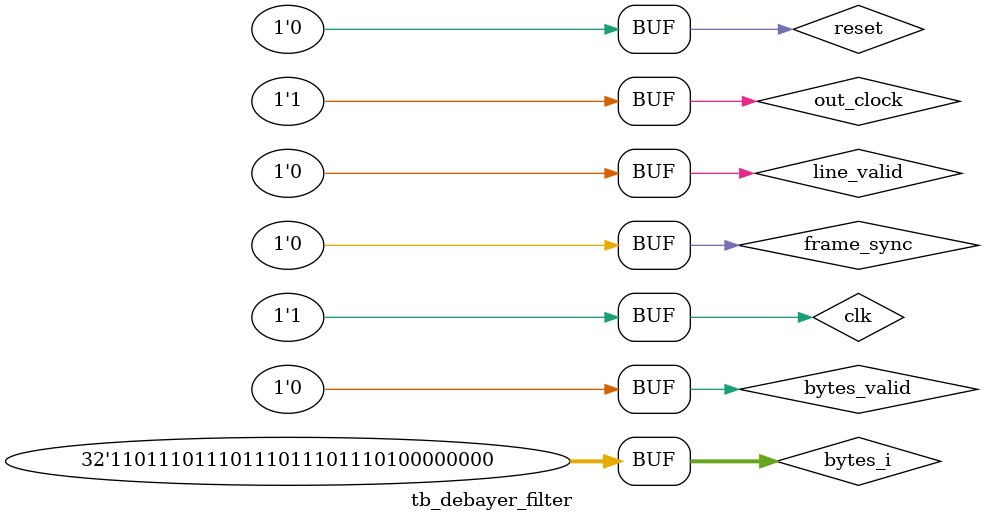
<source format=v>
`timescale 1ns/1ns

module tb_debayer_filter();
	reg clk;
	reg reset;
	reg line_valid;
	wire [39:0]bytes_o;
	wire unpacked_valid;
	wire [119:0]rgb_output;
	wire output_valid;
	wire [63:0] yuv_data;
	wire is_yuv_valid;
	
	wire [31:0]data_out;
	wire lsync_out;
	reg out_clock;
	reg frame_sync;
wire reset_g;
//GSR GSR_INST (.GSR (reset_g));
PUR PUR_INST (.PUR (reset_g)); 

GSR 
GSR_INST (
	.GSR_N(1'b1),
	.CLK(1'b0)
);

debayer_filter ins1(	.clk_i(clk),
						.reset_i(reset),
						.line_valid_i(line_valid),
						.data_i(bytes_o),
						.data_valid_i(unpacked_valid),
						.output_valid_o(output_valid),
						.output_o(rgb_output));

rgb_to_yuv rgb_to_yuv1(.clk_i(clk),
					   .reset_i(reset),
					   .rgb_i(rgb_output),
					   .rgb_valid_i(output_valid),
					   .yuv_o(yuv_data),
					   .yuv_valid_o(is_yuv_valid));

output_reformatter out_reformat1(
								 .clk_i(clk),
								 .line_sync_i(line_valid),
								 .output_clk_i(out_clock),
								 .data_i(yuv_data),
								 .data_in_valid_i(is_yuv_valid),
								 .output_o(data_out),
								 .output_valid_o(lsync_out),
								 .frame_sync_i(frame_sync));
								 
reg bytes_valid;
reg  [31:0]bytes_i;
wire synced;



mipi_rx_raw_depacker ins2(	.clk_i(clk),
						.data_valid_i(bytes_valid),
						.data_i(bytes_i),
						.output_valid_o(unpacked_valid),
						.output_o(bytes_o));

task sendbytes;
	input [31:0]bytes;
	begin
	bytes_i = bytes;
	clk = 1'b0;
	out_clock = 1'b0;
	#10
	out_clock = 1'b1;
	#10
	out_clock = 1'b0;
	#10
	out_clock = 1'b1;
	#10
	out_clock = 1'b0;
	clk = 1'b1;
	#10
	out_clock = 1'b1;
	#10;
	end
endtask

initial begin
		clk = 1'b0;
		out_clock = 1'b0;
		line_valid = 1'h0;
		bytes_valid = 4'h0;
		frame_sync = 0;
		reset = 1'h1;
		sendbytes(32'h0);
		reset = 1'h0;
		#50
		frame_sync = 1;
		#10;
		sendbytes(32'h0);
		sendbytes(32'h0);
			sendbytes(32'h00000000);
		sendbytes(32'h00000000);
		sendbytes(32'h00000000);
		sendbytes(32'h00000000);
		sendbytes(32'h00000000);
		sendbytes(32'h00000000);
		sendbytes(32'h00000000);
		bytes_valid = 1'h1;
		line_valid = 1'h1;
		sendbytes(32'h12345678);
		sendbytes(32'h00BCDEF0);
		sendbytes(32'h12005678);
		sendbytes(32'h9ABC00F0);
		sendbytes(32'hBBBBBB00);
		
		sendbytes(32'h12345678);
		sendbytes(32'h00BCDEF0);
		sendbytes(32'h12005678);
		sendbytes(32'h9ABC00F0);
		sendbytes(32'hAAAAAA00);
		
		sendbytes(32'h12345678);
		sendbytes(32'h00BCDEF0);
		sendbytes(32'h12005678);
		sendbytes(32'h9ABC00F0);
		sendbytes(32'hDDDDDD00);		
		bytes_valid = 1'h0;
		line_valid = 1'h0;
		sendbytes(32'h00000000);
		sendbytes(32'h00000000);
		sendbytes(32'h00000000);
		sendbytes(32'h00000000);
		sendbytes(32'h00000000);
		sendbytes(32'h00000000);
		sendbytes(32'h00000000);
		sendbytes(32'h00000000);
				
		sendbytes(32'h0);
		sendbytes(32'h0);
		bytes_valid = 1'h1;
		line_valid = 1'h1;
		sendbytes(32'h12345678);
		sendbytes(32'h00BCDEF0);
		sendbytes(32'h12005678);
		sendbytes(32'h9ABC00F0);
		sendbytes(32'hBBBBBB00);
		
		sendbytes(32'h12345678);
		sendbytes(32'h00BCDEF0);
		sendbytes(32'h12005678);
		sendbytes(32'h9ABC00F0);
		sendbytes(32'hAAAAAA00);
		
		sendbytes(32'h12345678);
		sendbytes(32'h00BCDEF0);
		sendbytes(32'h12005678);
		sendbytes(32'h9ABC00F0);
		sendbytes(32'hDDDDDD00);		
		bytes_valid = 1'h0;
		line_valid = 1'h0;
		
				sendbytes(32'h00000000);
		sendbytes(32'h00000000);
		sendbytes(32'h00000000);
		sendbytes(32'h00000000);
		sendbytes(32'h00000000);
		sendbytes(32'h00000000);
		sendbytes(32'h00000000);
		sendbytes(32'h00000000);
				sendbytes(32'h0);
		sendbytes(32'h0);
		bytes_valid = 1'h1;
		line_valid = 1'h1;
		sendbytes(32'h12345678);
		sendbytes(32'h00BCDEF0);
		sendbytes(32'h12005678);
		sendbytes(32'h9ABC00F0);
		sendbytes(32'hBBBBBB00);
		
		sendbytes(32'h12345678);
		sendbytes(32'h00BCDEF0);
		sendbytes(32'h12005678);
		sendbytes(32'h9ABC00F0);
		sendbytes(32'hAAAAAA00);
		
		sendbytes(32'h12345678);
		sendbytes(32'h00BCDEF0);
		sendbytes(32'h12005678);
		sendbytes(32'h9ABC00F0);
		sendbytes(32'hDDDDDD00);		
		bytes_valid = 1'h0;
		line_valid = 1'h0;
		
		
						sendbytes(32'h00000000);
		sendbytes(32'h00000000);
		sendbytes(32'h00000000);
		sendbytes(32'h00000000);
		sendbytes(32'h00000000);
		sendbytes(32'h00000000);
		sendbytes(32'h00000000);
		sendbytes(32'h00000000);
				sendbytes(32'h0);
		sendbytes(32'h0);
		bytes_valid = 1'h1;
		line_valid = 1'h1;
		sendbytes(32'h12345678);
		sendbytes(32'h00BCDEF0);
		sendbytes(32'h12005678);
		sendbytes(32'h9ABC00F0);
		sendbytes(32'hBBBBBB00);
		
		sendbytes(32'h12345678);
		sendbytes(32'h00BCDEF0);
		sendbytes(32'h12005678);
		sendbytes(32'h9ABC00F0);
		sendbytes(32'hAAAAAA00);
		
		sendbytes(32'h12345678);
		sendbytes(32'h00BCDEF0);
		sendbytes(32'h12005678);
		sendbytes(32'h9ABC00F0);
		sendbytes(32'hDDDDDD00);		
		bytes_valid = 1'h0;
		line_valid = 1'h0;
		
						sendbytes(32'h00000000);
		sendbytes(32'h00000000);
		sendbytes(32'h00000000);
		sendbytes(32'h00000000);
		sendbytes(32'h00000000);
		sendbytes(32'h00000000);
		sendbytes(32'h00000000);
		sendbytes(32'h00000000);
				sendbytes(32'h0);
		sendbytes(32'h0);
		bytes_valid = 1'h1;
		line_valid = 1'h1;
		sendbytes(32'h12345678);
		sendbytes(32'h00BCDEF0);
		sendbytes(32'h12005678);
		sendbytes(32'h9ABC00F0);
		sendbytes(32'hBBBBBB00);
		
		sendbytes(32'h12345678);
		sendbytes(32'h00BCDEF0);
		sendbytes(32'h12005678);
		sendbytes(32'h9ABC00F0);
		sendbytes(32'hAAAAAA00);
		
		sendbytes(32'h12345678);
		sendbytes(32'h00BCDEF0);
		sendbytes(32'h12005678);
		sendbytes(32'h9ABC00F0);
		sendbytes(32'hDDDDDD00);		
		bytes_valid = 1'h0;
		line_valid = 1'h0;
		
								sendbytes(32'h00000000);
		sendbytes(32'h00000000);
		sendbytes(32'h00000000);
		sendbytes(32'h00000000);
		sendbytes(32'h00000000);
		sendbytes(32'h00000000);
		sendbytes(32'h00000000);
		sendbytes(32'h00000000);
				sendbytes(32'h0);
		sendbytes(32'h0);
		bytes_valid = 1'h1;
		line_valid = 1'h1;
		sendbytes(32'h12345678);
		sendbytes(32'h00BCDEF0);
		sendbytes(32'h12005678);
		sendbytes(32'h9ABC00F0);
		sendbytes(32'hBBBBBB00);
		
		sendbytes(32'h12345678);
		sendbytes(32'h00BCDEF0);
		sendbytes(32'h12005678);
		sendbytes(32'h9ABC00F0);
		sendbytes(32'hAAAAAA00);
		
		sendbytes(32'h12345678);
		sendbytes(32'h00BCDEF0);
		sendbytes(32'h12005678);
		sendbytes(32'h9ABC00F0);
		sendbytes(32'hDDDDDD00);		
		bytes_valid = 1'h0;
		line_valid = 1'h0;
		
								sendbytes(32'h00000000);
		sendbytes(32'h00000000);
		sendbytes(32'h00000000);
		sendbytes(32'h00000000);
		sendbytes(32'h00000000);
		sendbytes(32'h00000000);
		sendbytes(32'h00000000);
		sendbytes(32'h00000000);
				sendbytes(32'h0);
		sendbytes(32'h0);
		bytes_valid = 1'h1;
		line_valid = 1'h1;
		sendbytes(32'h12345678);
		sendbytes(32'h00BCDEF0);
		sendbytes(32'h12005678);
		sendbytes(32'h9ABC00F0);
		sendbytes(32'hBBBBBB00);
		
		sendbytes(32'h12345678);
		sendbytes(32'h00BCDEF0);
		sendbytes(32'h12005678);
		sendbytes(32'h9ABC00F0);
		sendbytes(32'hAAAAAA00);
		
		sendbytes(32'h12345678);
		sendbytes(32'h00BCDEF0);
		sendbytes(32'h12005678);
		sendbytes(32'h9ABC00F0);
		sendbytes(32'hDDDDDD00);		
		bytes_valid = 1'h0;
		line_valid = 1'h0;
		#10;
		frame_sync = 0;
end
	
endmodule 
</source>
